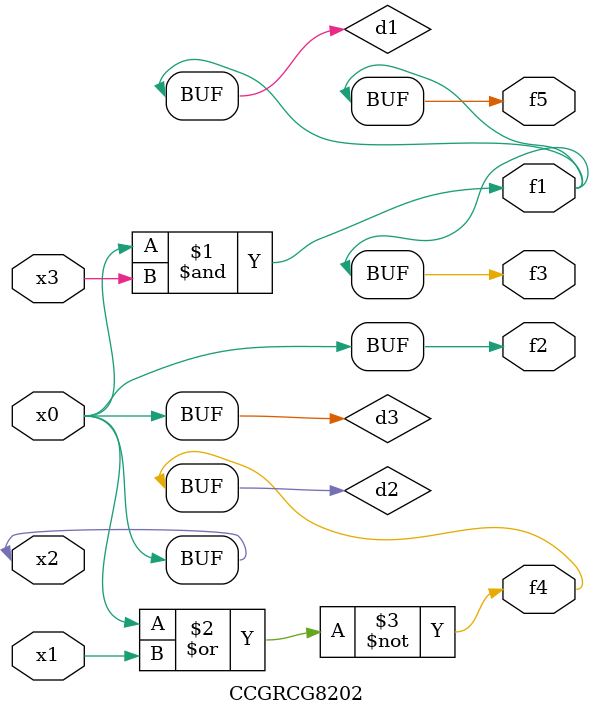
<source format=v>
module CCGRCG8202(
	input x0, x1, x2, x3,
	output f1, f2, f3, f4, f5
);

	wire d1, d2, d3;

	and (d1, x2, x3);
	nor (d2, x0, x1);
	buf (d3, x0, x2);
	assign f1 = d1;
	assign f2 = d3;
	assign f3 = d1;
	assign f4 = d2;
	assign f5 = d1;
endmodule

</source>
